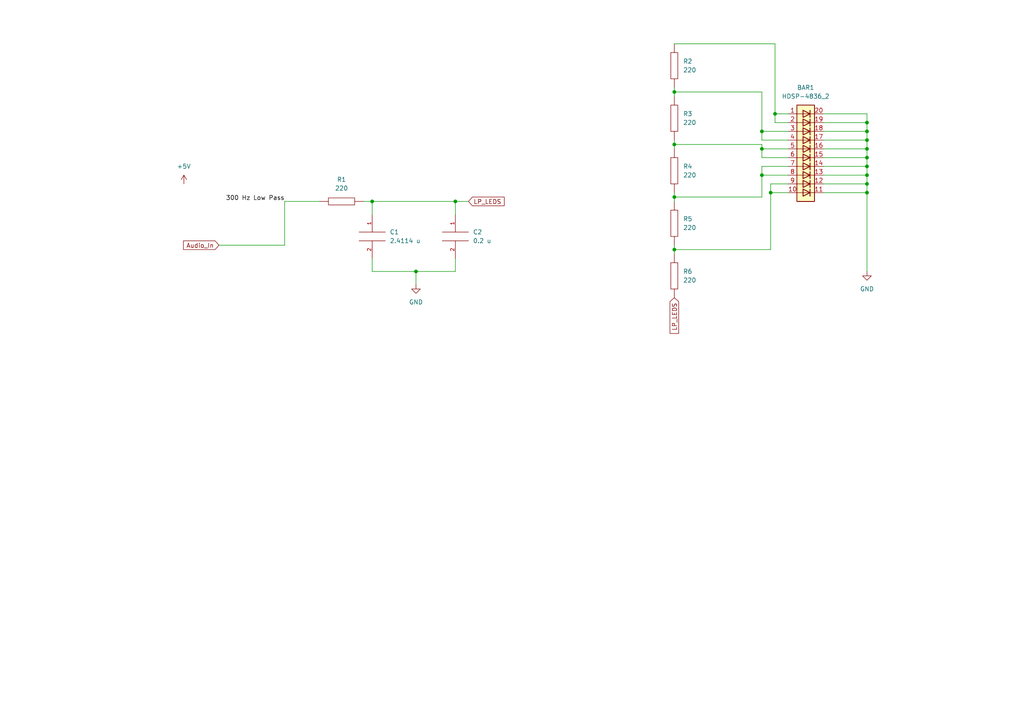
<source format=kicad_sch>
(kicad_sch (version 20211123) (generator eeschema)
  (paper "A4")
  (lib_symbols
    (symbol "LED:HDSP-4836_2" (pin_names (offset 1.016) hide)
      (property "Reference" "BAR" (at 0 15.24 0))
      (property "Value" "HDSP-4836_2" (at 0 -17.78 0))
      (symbol "HDSP-4836_2_0_1"
        (rectangle (start -2.54 12.7) (end 2.54 -15.24) (stroke (width 0.254)) (fill (type background)))
        (polyline (pts (xy -2.54 -12.7) (xy 2.54 -12.7)))
        (polyline (pts (xy -2.54 -10.16) (xy 2.54 -10.16)))
        (polyline (pts (xy -2.54 -7.62) (xy 2.54 -7.62)))
        (polyline (pts (xy -2.54 -5.08) (xy 2.54 -5.08)))
        (polyline (pts (xy -2.54 0) (xy 2.54 0)))
        (polyline (pts (xy -2.54 5.08) (xy 2.54 5.08)))
        (polyline (pts (xy -2.54 7.62) (xy 2.54 7.62)))
        (polyline (pts (xy -2.54 10.16) (xy 2.54 10.16)))
        (polyline (pts (xy 1.27 -11.684) (xy 1.27 -13.716)) (stroke (width 0.254)))
        (polyline (pts (xy 1.27 -9.144) (xy 1.27 -11.176)) (stroke (width 0.254)))
        (polyline (pts (xy 1.27 -6.604) (xy 1.27 -8.636)) (stroke (width 0.254)))
        (polyline (pts (xy 1.27 -4.064) (xy 1.27 -6.096)) (stroke (width 0.254)))
        (polyline (pts (xy 1.27 -1.524) (xy 1.27 -3.556)) (stroke (width 0.254)))
        (polyline (pts (xy 1.27 1.016) (xy 1.27 -1.016)) (stroke (width 0.254)))
        (polyline (pts (xy 1.27 3.556) (xy 1.27 1.524)) (stroke (width 0.254)))
        (polyline (pts (xy 1.27 6.096) (xy 1.27 4.064)) (stroke (width 0.254)))
        (polyline (pts (xy 1.27 8.636) (xy 1.27 6.604)) (stroke (width 0.254)))
        (polyline (pts (xy 1.27 11.176) (xy 1.27 9.144)) (stroke (width 0.254)))
        (polyline (pts (xy 2.54 -2.54) (xy -2.54 -2.54)))
        (polyline (pts (xy 2.54 2.54) (xy -2.54 2.54)))
        (polyline (pts (xy -0.762 -11.684) (xy -0.762 -13.716) (xy 1.27 -12.7) (xy -0.762 -11.684)) (stroke (width 0.254)))
        (polyline (pts (xy -0.762 -9.144) (xy -0.762 -11.176) (xy 1.27 -10.16) (xy -0.762 -9.144)) (stroke (width 0.254)))
        (polyline (pts (xy -0.762 -6.604) (xy -0.762 -8.636) (xy 1.27 -7.62) (xy -0.762 -6.604)) (stroke (width 0.254)))
        (polyline (pts (xy -0.762 -4.064) (xy -0.762 -6.096) (xy 1.27 -5.08) (xy -0.762 -4.064)) (stroke (width 0.254)))
        (polyline (pts (xy -0.762 -1.524) (xy -0.762 -3.556) (xy 1.27 -2.54) (xy -0.762 -1.524)) (stroke (width 0.254)))
        (polyline (pts (xy -0.762 1.016) (xy -0.762 -1.016) (xy 1.27 0) (xy -0.762 1.016)) (stroke (width 0.254)))
        (polyline (pts (xy -0.762 3.556) (xy -0.762 1.524) (xy 1.27 2.54) (xy -0.762 3.556)) (stroke (width 0.254)))
        (polyline (pts (xy -0.762 6.096) (xy -0.762 4.064) (xy 1.27 5.08) (xy -0.762 6.096)) (stroke (width 0.254)))
        (polyline (pts (xy -0.762 8.636) (xy -0.762 6.604) (xy 1.27 7.62) (xy -0.762 8.636)) (stroke (width 0.254)))
        (polyline (pts (xy -0.762 11.176) (xy -0.762 9.144) (xy 1.27 10.16) (xy -0.762 11.176)) (stroke (width 0.254)))
      )
      (symbol "HDSP-4836_2_1_1"
        (pin passive line (at -5.08 10.16 0) (length 2.54) (name "A") (number "1"))
        (pin passive line (at -5.08 -12.7 0) (length 2.54) (name "A") (number "10"))
        (pin passive line (at 5.08 -12.7 180) (length 2.54) (name "K") (number "11"))
        (pin passive line (at 5.08 -10.16 180) (length 2.54) (name "K") (number "12"))
        (pin passive line (at 5.08 -7.62 180) (length 2.54) (name "K") (number "13"))
        (pin passive line (at 5.08 -5.08 180) (length 2.54) (name "K") (number "14"))
        (pin passive line (at 5.08 -2.54 180) (length 2.54) (name "K") (number "15"))
        (pin passive line (at 5.08 0 180) (length 2.54) (name "K") (number "16"))
        (pin passive line (at 5.08 2.54 180) (length 2.54) (name "K") (number "17"))
        (pin passive line (at 5.08 5.08 180) (length 2.54) (name "K") (number "18"))
        (pin passive line (at 5.08 7.62 180) (length 2.54) (name "K") (number "19"))
        (pin passive line (at -5.08 7.62 0) (length 2.54) (name "A") (number "2"))
        (pin passive line (at 5.08 10.16 180) (length 2.54) (name "K") (number "20"))
        (pin passive line (at -5.08 5.08 0) (length 2.54) (name "A") (number "3"))
        (pin passive line (at -5.08 2.54 0) (length 2.54) (name "A") (number "4"))
        (pin passive line (at -5.08 0 0) (length 2.54) (name "A") (number "5"))
        (pin passive line (at -5.08 -2.54 0) (length 2.54) (name "A") (number "6"))
        (pin passive line (at -5.08 -5.08 0) (length 2.54) (name "A") (number "7"))
        (pin passive line (at -5.08 -7.62 0) (length 2.54) (name "A") (number "8"))
        (pin passive line (at -5.08 -10.16 0) (length 2.54) (name "A") (number "9"))
      )
    )
    (symbol "power:+5V" (power) (pin_names (offset 0))
      (property "Value" "+5V" (at 0 3.556 0))
      (symbol "+5V_0_1"
        (polyline (pts (xy -0.762 1.27) (xy 0 2.54)))
        (polyline (pts (xy 0 0) (xy 0 2.54)))
        (polyline (pts (xy 0 2.54) (xy 0.762 1.27)))
      )
      (symbol "+5V_1_1"
        (pin power_in line (at 0 0 90) (length 0) hide (name "+5V") (number "1"))
      )
    )
    (symbol "power:GND" (power) (pin_names (offset 0))
      (property "Value" "GND" (at 0 -3.81 0))
      (symbol "GND_0_1"
        (polyline (pts (xy 0 0) (xy 0 -1.27) (xy 1.27 -1.27) (xy 0 -2.54) (xy -1.27 -1.27) (xy 0 -1.27)))
      )
      (symbol "GND_1_1"
        (pin power_in line (at 0 0 270) (length 0) hide (name "GND") (number "1"))
      )
    )
    (symbol "pspice:C" (pin_names (offset 0.254))
      (property "Reference" "C" (at 2.54 3.81 90))
      (property "Value" "C" (at 2.54 -3.81 90))
      (symbol "C_0_1"
        (polyline (pts (xy -3.81 -1.27) (xy 3.81 -1.27)))
        (polyline (pts (xy -3.81 1.27) (xy 3.81 1.27)))
      )
      (symbol "C_1_1"
        (pin passive line (at 0 6.35 270) (length 5.08) (name "~") (number "1"))
        (pin passive line (at 0 -6.35 90) (length 5.08) (name "~") (number "2"))
      )
    )
    (symbol "pspice:R" (pin_numbers hide) (pin_names (offset 0))
      (property "Reference" "R" (at 2.032 0 90))
      (property "Value" "R" (at 0 0 90))
      (symbol "R_0_1"
        (rectangle (start -1.016 3.81) (end 1.016 -3.81))
      )
      (symbol "R_1_1"
        (pin passive line (at 0 6.35 270) (length 2.54) (name "~") (number "1"))
        (pin passive line (at 0 -6.35 90) (length 2.54) (name "~") (number "2"))
      )
    )
  )
  (junction (at 251.46 48.26))
  (junction (at 195.58 72.39))
  (junction (at 223.52 55.88))
  (junction (at 195.58 26.67))
  (junction (at 224.79 33.02))
  (junction (at 220.98 38.1))
  (junction (at 195.58 57.15))
  (junction (at 220.98 50.8))
  (junction (at 251.46 50.8))
  (junction (at 251.46 43.18))
  (junction (at 195.58 41.91))
  (junction (at 251.46 35.56))
  (junction (at 220.98 43.18))
  (junction (at 132.08 58.42))
  (junction (at 251.46 45.72))
  (junction (at 120.65 78.74))
  (junction (at 251.46 53.34))
  (junction (at 251.46 55.88))
  (junction (at 251.46 40.64))
  (junction (at 251.46 38.1))
  (junction (at 107.95 58.42))
  (wire (pts (xy 220.98 50.8) (xy 220.98 57.15)))
  (wire (pts (xy 105.41 58.42) (xy 107.95 58.42)))
  (wire (pts (xy 251.46 55.88) (xy 251.46 78.74)))
  (wire (pts (xy 120.65 78.74) (xy 132.08 78.74)))
  (wire (pts (xy 195.58 71.12) (xy 195.58 72.39)))
  (wire (pts (xy 132.08 58.42) (xy 135.89 58.42)))
  (wire (pts (xy 82.55 71.12) (xy 82.55 58.42)))
  (wire (pts (xy 238.76 35.56) (xy 251.46 35.56)))
  (wire (pts (xy 195.58 26.67) (xy 195.58 27.94)))
  (wire (pts (xy 251.46 40.64) (xy 251.46 43.18)))
  (wire (pts (xy 238.76 43.18) (xy 251.46 43.18)))
  (wire (pts (xy 224.79 33.02) (xy 228.6 33.02)))
  (wire (pts (xy 195.58 25.4) (xy 195.58 26.67)))
  (wire (pts (xy 238.76 45.72) (xy 251.46 45.72)))
  (wire (pts (xy 238.76 40.64) (xy 251.46 40.64)))
  (wire (pts (xy 251.46 45.72) (xy 251.46 48.26)))
  (wire (pts (xy 238.76 33.02) (xy 251.46 33.02)))
  (wire (pts (xy 228.6 40.64) (xy 220.98 40.64)))
  (wire (pts (xy 195.58 40.64) (xy 195.58 41.91)))
  (wire (pts (xy 238.76 55.88) (xy 251.46 55.88)))
  (wire (pts (xy 220.98 48.26) (xy 220.98 50.8)))
  (wire (pts (xy 251.46 35.56) (xy 251.46 38.1)))
  (wire (pts (xy 220.98 43.18) (xy 228.6 43.18)))
  (wire (pts (xy 220.98 57.15) (xy 195.58 57.15)))
  (wire (pts (xy 251.46 43.18) (xy 251.46 45.72)))
  (wire (pts (xy 220.98 41.91) (xy 195.58 41.91)))
  (wire (pts (xy 132.08 74.93) (xy 132.08 78.74)))
  (wire (pts (xy 224.79 12.7) (xy 195.58 12.7)))
  (wire (pts (xy 251.46 50.8) (xy 251.46 53.34)))
  (wire (pts (xy 107.95 62.23) (xy 107.95 58.42)))
  (wire (pts (xy 224.79 33.02) (xy 224.79 12.7)))
  (wire (pts (xy 251.46 48.26) (xy 251.46 50.8)))
  (wire (pts (xy 220.98 45.72) (xy 220.98 43.18)))
  (wire (pts (xy 223.52 72.39) (xy 195.58 72.39)))
  (wire (pts (xy 251.46 53.34) (xy 251.46 55.88)))
  (wire (pts (xy 238.76 50.8) (xy 251.46 50.8)))
  (wire (pts (xy 228.6 53.34) (xy 223.52 53.34)))
  (wire (pts (xy 228.6 50.8) (xy 220.98 50.8)))
  (wire (pts (xy 238.76 48.26) (xy 251.46 48.26)))
  (wire (pts (xy 195.58 55.88) (xy 195.58 57.15)))
  (wire (pts (xy 224.79 35.56) (xy 224.79 33.02)))
  (wire (pts (xy 238.76 38.1) (xy 251.46 38.1)))
  (wire (pts (xy 107.95 78.74) (xy 107.95 74.93)))
  (wire (pts (xy 132.08 58.42) (xy 132.08 62.23)))
  (wire (pts (xy 82.55 58.42) (xy 92.71 58.42)))
  (wire (pts (xy 63.5 71.12) (xy 82.55 71.12)))
  (wire (pts (xy 120.65 82.55) (xy 120.65 78.74)))
  (wire (pts (xy 195.58 41.91) (xy 195.58 43.18)))
  (wire (pts (xy 107.95 58.42) (xy 132.08 58.42)))
  (wire (pts (xy 251.46 38.1) (xy 251.46 40.64)))
  (wire (pts (xy 220.98 26.67) (xy 195.58 26.67)))
  (wire (pts (xy 238.76 53.34) (xy 251.46 53.34)))
  (wire (pts (xy 220.98 38.1) (xy 220.98 40.64)))
  (wire (pts (xy 220.98 45.72) (xy 228.6 45.72)))
  (wire (pts (xy 228.6 35.56) (xy 224.79 35.56)))
  (wire (pts (xy 195.58 72.39) (xy 195.58 73.66)))
  (wire (pts (xy 220.98 26.67) (xy 220.98 38.1)))
  (wire (pts (xy 107.95 78.74) (xy 120.65 78.74)))
  (wire (pts (xy 251.46 33.02) (xy 251.46 35.56)))
  (wire (pts (xy 195.58 57.15) (xy 195.58 58.42)))
  (wire (pts (xy 228.6 38.1) (xy 220.98 38.1)))
  (wire (pts (xy 228.6 55.88) (xy 223.52 55.88)))
  (wire (pts (xy 223.52 55.88) (xy 223.52 72.39)))
  (wire (pts (xy 220.98 43.18) (xy 220.98 41.91)))
  (wire (pts (xy 228.6 48.26) (xy 220.98 48.26)))
  (wire (pts (xy 223.52 53.34) (xy 223.52 55.88)))
  (label "300 Hz Low Pass" (at 82.55 58.42 180))
  (global_label "Audio_In" (shape input) (at 63.5 71.12 180) (property "Intersheet References" "${INTERSHEET_REFS}" (effects hide)))
  (global_label "LP_LEDS" (shape input) (at 135.89 58.42 0) (property "Intersheet References" "${INTERSHEET_REFS}" (effects hide)))
  (global_label "LP_LEDS" (shape input) (at 195.58 86.36 270) (property "Intersheet References" "${INTERSHEET_REFS}" (effects hide)))
  (symbol (lib_id "pspice:R") (at 195.58 34.29 180) (unit 1)
    (property "Reference" "R3" (at 198.12 33.0199 0) (effects (justify right)))
    (property "Value" "220" (at 198.12 35.5599 0) (effects (justify right)))
  )
  (symbol (lib_id "pspice:R") (at 195.58 80.01 180) (unit 1)
    (property "Reference" "R6" (at 198.12 78.7399 0) (effects (justify right)))
    (property "Value" "220" (at 198.12 81.2799 0) (effects (justify right)))
  )
  (symbol (lib_id "pspice:R") (at 195.58 64.77 180) (unit 1)
    (property "Reference" "R5" (at 198.12 63.4999 0) (effects (justify right)))
    (property "Value" "220" (at 198.12 66.0399 0) (effects (justify right)))
  )
  (symbol (lib_id "LED:HDSP-4836_2") (at 233.68 43.18 0) (unit 1)
    (property "Reference" "BAR1" (at 233.68 25.4 0))
    (property "Value" "HDSP-4836_2" (at 233.68 27.94 0))
    (property "Footprint" "Display:HDSP-4836" (effects hide))
    (property "Datasheet" "https://docs.broadcom.com/docs/AV02-1798EN" (effects hide))
  )
  (symbol (lib_id "power:GND") (at 120.65 82.55 0) (unit 1)
    (property "Reference" "#PWR02" (effects hide))
    (property "Value" "GND" (at 120.65 87.63 0))
  )
  (symbol (lib_id "pspice:R") (at 195.58 49.53 180) (unit 1)
    (property "Reference" "R4" (at 198.12 48.2599 0) (effects (justify right)))
    (property "Value" "220" (at 198.12 50.7999 0) (effects (justify right)))
  )
  (symbol (lib_id "pspice:R") (at 195.58 19.05 180) (unit 1)
    (property "Reference" "R2" (at 198.12 17.7799 0) (effects (justify right)))
    (property "Value" "220" (at 198.12 20.3199 0) (effects (justify right)))
  )
  (symbol (lib_id "pspice:C") (at 132.08 68.58 0) (unit 1)
    (property "Reference" "C2" (at 137.16 67.3099 0) (effects (justify left)))
    (property "Value" "0.2 u" (at 137.16 69.8499 0) (effects (justify left)))
  )
  (symbol (lib_id "power:GND") (at 251.46 78.74 0) (unit 1)
    (property "Reference" "#PWR03" (effects hide))
    (property "Value" "GND" (at 251.46 83.82 0))
  )
  (symbol (lib_id "power:+5V") (at 53.34 53.34 0) (unit 1)
    (property "Reference" "#PWR01" (effects hide))
    (property "Value" "+5V" (at 53.34 48.26 0))
  )
  (symbol (lib_id "pspice:C") (at 107.95 68.58 0) (unit 1)
    (property "Reference" "C1" (at 113.03 67.3099 0) (effects (justify left)))
    (property "Value" "2.4114 u" (at 113.03 69.8499 0) (effects (justify left)))
  )
  (symbol (lib_id "pspice:R") (at 99.06 58.42 90) (unit 1)
    (property "Reference" "R1" (at 99.06 52.07 90))
    (property "Value" "220" (at 99.06 54.61 90))
  )
)
</source>
